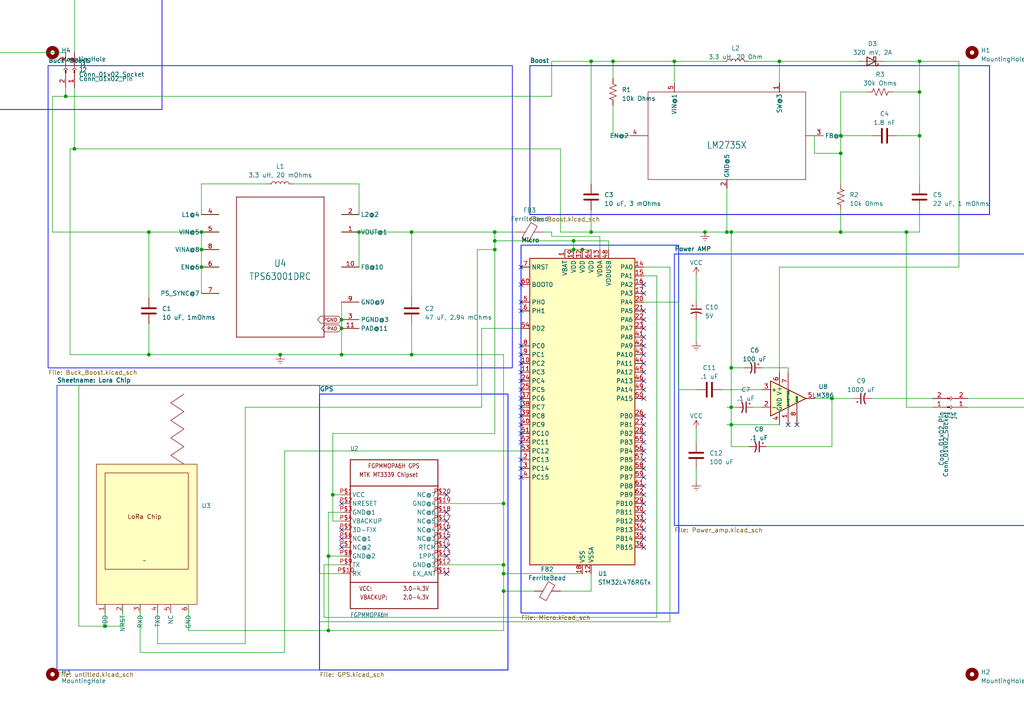
<source format=kicad_sch>
(kicad_sch (version 20231120) (generator "eeschema") (generator_version "8.0")
  (paper "A4")
  (lib_symbols
    (symbol "2024-09-27_13-12-28-eagle-import:LM2735XMF/NOPBLM2735XMF/NOPB"
      (symbol "LM2735XMF/NOPBLM2735XMF/NOPB_1_0"
        (polyline (pts (xy -25.4 0) (xy -22.86 0)) (stroke (width 0.1524)))
        (polyline (pts (xy -22.86 -12.7) (xy -22.86 12.7)) (stroke (width 0.1524)))
        (polyline (pts (xy -22.86 12.7) (xy 22.86 12.7)) (stroke (width 0.1524)))
        (polyline (pts (xy -15.24 15.24) (xy -15.24 12.7)) (stroke (width 0.1524)))
        (polyline (pts (xy 0 -15.24) (xy 0 -12.7)) (stroke (width 0.1524)))
        (polyline (pts (xy 15.24 15.24) (xy 15.24 12.7)) (stroke (width 0.1524)))
        (polyline (pts (xy 22.86 -12.7) (xy -22.86 -12.7)) (stroke (width 0.1524)))
        (polyline (pts (xy 22.86 12.7) (xy 22.86 -12.7)) (stroke (width 0.1524)))
        (polyline (pts (xy 25.4 0) (xy 22.86 0)) (stroke (width 0.1524)))
        (pin passive line (at 15.24 15.24 270) (length 2.54) (name "SW@3") (number "1"))
        (pin passive line (at 0 -15.24 90) (length 2.54) (name "GND@5") (number "2"))
        (pin passive line (at 25.4 0 0) (length 2.54) (name "FB@4") (number "3"))
        (pin passive line (at -25.4 0 180) (length 2.54) (name "EN@2") (number "4"))
        (pin passive line (at -15.24 15.24 270) (length 2.54) (name "VIN@1") (number "5"))
      )
    )
    (symbol "2024-09-27_13-12-33-eagle-import:TPS63001DRCRTPS63001DRCR"
      (property "Reference" "U" (at 0 2.54 0))
      (symbol "TPS63001DRCRTPS63001DRCR_1_0"
        (polyline (pts (xy -12.7 -20.32) (xy 12.7 -20.32)) (stroke (width 0.2032)))
        (polyline (pts (xy -12.7 20.32) (xy -12.7 -20.32)) (stroke (width 0.2032)))
        (polyline (pts (xy 12.7 -20.32) (xy 12.7 20.32)) (stroke (width 0.2032)))
        (polyline (pts (xy 12.7 20.32) (xy -12.7 20.32)) (stroke (width 0.2032)))
        (pin power_in line (at 17.78 10.16 0) (length 5.08) (name "VOUT@1") (number "1"))
        (pin input line (at 17.78 0 0) (length 5.08) (name "FB@10") (number "10"))
        (pin power_in line (at 17.78 -17.78 0) (length 5.08) (name "PAD@11") (number "11"))
        (pin passive line (at 17.78 15.24 0) (length 5.08) (name "L2@2") (number "2"))
        (pin power_in line (at 17.78 -15.24 0) (length 5.08) (name "PGND@3") (number "3"))
        (pin passive line (at -17.78 15.24 180) (length 5.08) (name "L1@4") (number "4"))
        (pin power_in line (at -17.78 10.16 180) (length 5.08) (name "VIN@5") (number "5"))
        (pin input line (at -17.78 0 180) (length 5.08) (name "EN@6") (number "6"))
        (pin input line (at -17.78 -7.62 180) (length 5.08) (name "PS_SYNC@7") (number "7"))
        (pin power_in line (at -17.78 5.08 180) (length 5.08) (name "VINA@8") (number "8"))
        (pin power_in line (at 17.78 -10.16 0) (length 5.08) (name "GND@9") (number "9"))
      )
    )
    (symbol "Adafruit Ultimate GPS Hat-eagle-import:GPS_FGPMMOPA6H"
      (property "Reference" "U" (at -12.7 22.86 0))
      (symbol "GPS_FGPMMOPA6H_1_0"
        (polyline (pts (xy -12.7 -22.86) (xy -12.7 -15.24)) (stroke (width 0.254)))
        (polyline (pts (xy -12.7 -15.24) (xy -12.7 12.7)) (stroke (width 0.254)))
        (polyline (pts (xy -12.7 -15.24) (xy 12.7 -15.24)) (stroke (width 0.254)))
        (polyline (pts (xy -12.7 12.7) (xy -12.7 20.32)) (stroke (width 0.254)))
        (polyline (pts (xy -12.7 12.7) (xy 12.7 12.7)) (stroke (width 0.254)))
        (polyline (pts (xy -12.7 20.32) (xy 12.7 20.32)) (stroke (width 0.254)))
        (polyline (pts (xy 12.7 -22.86) (xy -12.7 -22.86)) (stroke (width 0.254)))
        (polyline (pts (xy 12.7 12.7) (xy 12.7 -22.86)) (stroke (width 0.254)))
        (polyline (pts (xy 12.7 20.32) (xy 12.7 12.7)) (stroke (width 0.254)))
        (text "2.0-4.3V" (at 2.54 -20.32 0) (effects (font (size 1.27 1.0795)) (justify left bottom)))
        (text "3.0-4.3V" (at 2.54 -17.78 0) (effects (font (size 1.27 1.0795)) (justify left bottom)))
        (text "FGPMMOPA6H GPS" (at -7.62 17.78 0) (effects (font (size 1.27 1.0795)) (justify left bottom)))
        (text "MTK MT3339 Chipset" (at -10.16 15.24 0) (effects (font (size 1.27 1.0795)) (justify left bottom)))
        (text "VBACKUP:" (at -9.906 -20.32 0) (effects (font (size 1.27 1.0795)) (justify left bottom)))
        (text "VCC:" (at -10.16 -17.78 0) (effects (font (size 1.27 1.0795)) (justify left bottom)))
        (pin bidirectional line (at -15.24 10.16 0) (length 2.54) (name "VCC") (number "P$1"))
        (pin bidirectional line (at -15.24 -12.7 0) (length 2.54) (name "RX") (number "P$10"))
        (pin bidirectional line (at 15.24 -12.7 180) (length 2.54) (name "EX_ANT") (number "P$11"))
        (pin bidirectional line (at 15.24 -10.16 180) (length 2.54) (name "GND@3") (number "P$12"))
        (pin bidirectional line (at 15.24 -7.62 180) (length 2.54) (name "1PPS") (number "P$13"))
        (pin bidirectional line (at 15.24 -5.08 180) (length 2.54) (name "RTCM") (number "P$14"))
        (pin bidirectional line (at 15.24 -2.54 180) (length 2.54) (name "NC@3") (number "P$15"))
        (pin bidirectional line (at 15.24 0 180) (length 2.54) (name "NC@4") (number "P$16"))
        (pin bidirectional line (at 15.24 2.54 180) (length 2.54) (name "NC@5") (number "P$17"))
        (pin bidirectional line (at 15.24 5.08 180) (length 2.54) (name "NC@6") (number "P$18"))
        (pin bidirectional line (at 15.24 7.62 180) (length 2.54) (name "GND@4") (number "P$19"))
        (pin bidirectional line (at -15.24 7.62 0) (length 2.54) (name "NRESET") (number "P$2"))
        (pin bidirectional line (at 15.24 10.16 180) (length 2.54) (name "NC@7") (number "P$20"))
        (pin bidirectional line (at -15.24 5.08 0) (length 2.54) (name "GND@1") (number "P$3"))
        (pin bidirectional line (at -15.24 2.54 0) (length 2.54) (name "VBACKUP") (number "P$4"))
        (pin bidirectional line (at -15.24 0 0) (length 2.54) (name "3D-FIX") (number "P$5"))
        (pin bidirectional line (at -15.24 -2.54 0) (length 2.54) (name "NC@1") (number "P$6"))
        (pin bidirectional line (at -15.24 -5.08 0) (length 2.54) (name "NC@2") (number "P$7"))
        (pin bidirectional line (at -15.24 -7.62 0) (length 2.54) (name "GND@2") (number "P$8"))
        (pin bidirectional line (at -15.24 -10.16 0) (length 2.54) (name "TX") (number "P$9"))
      )
    )
    (symbol "Amplifier_Audio:LM386" (pin_names (offset 0.127))
      (property "Reference" "U" (at 1.27 7.62 0))
      (property "Value" "LM386" (at 1.27 5.08 0))
      (symbol "LM386_0_1"
        (polyline (pts (xy 5.08 0) (xy -5.08 5.08) (xy -5.08 -5.08) (xy 5.08 0)) (stroke (width 0.254)) (fill (type background)))
      )
      (symbol "LM386_1_1"
        (pin input line (at 0 -7.62 90) (length 5.08) (name "GAIN") (number "1"))
        (pin input line (at -7.62 -2.54 0) (length 2.54) (name "-") (number "2"))
        (pin input line (at -7.62 2.54 0) (length 2.54) (name "+") (number "3"))
        (pin power_in line (at -2.54 -7.62 90) (length 3.81) (name "GND") (number "4"))
        (pin output line (at 7.62 0 180) (length 2.54) (name "~") (number "5"))
        (pin power_in line (at -2.54 7.62 270) (length 3.81) (name "V+") (number "6"))
        (pin input line (at 0 7.62 270) (length 5.08) (name "BYPASS") (number "7"))
        (pin input line (at 2.54 -7.62 90) (length 6.35) (name "GAIN") (number "8"))
      )
    )
    (symbol "Connector:Conn_01x02_Pin" (pin_names (offset 1.016) hide)
      (property "Reference" "J" (at 0 2.54 0))
      (property "Value" "Conn_01x02_Pin" (at 0 -5.08 0))
      (symbol "Conn_01x02_Pin_1_1"
        (polyline (pts (xy 1.27 -2.54) (xy 0.8636 -2.54)) (stroke (width 0.1524)))
        (polyline (pts (xy 1.27 0) (xy 0.8636 0)) (stroke (width 0.1524)))
        (rectangle (start 0.8636 -2.413) (end 0 -2.667) (stroke (width 0.1524)) (fill (type outline)))
        (rectangle (start 0.8636 0.127) (end 0 -0.127) (stroke (width 0.1524)) (fill (type outline)))
        (pin passive line (at 5.08 0 180) (length 3.81) (name "Pin_1") (number "1"))
        (pin passive line (at 5.08 -2.54 180) (length 3.81) (name "Pin_2") (number "2"))
      )
    )
    (symbol "Connector:Conn_01x02_Socket" (pin_names (offset 1.016) hide)
      (property "Reference" "J" (at 0 2.54 0))
      (property "Value" "Conn_01x02_Socket" (at 0 -5.08 0))
      (symbol "Conn_01x02_Socket_1_1"
        (arc (start 0 -2.032) (mid -0.5058 -2.54) (end 0 -3.048) (stroke (width 0.1524)))
        (polyline (pts (xy -1.27 -2.54) (xy -0.508 -2.54)) (stroke (width 0.1524)))
        (polyline (pts (xy -1.27 0) (xy -0.508 0)) (stroke (width 0.1524)))
        (arc (start 0 0.508) (mid -0.5058 0) (end 0 -0.508) (stroke (width 0.1524)))
        (pin passive line (at -5.08 0 0) (length 3.81) (name "Pin_1") (number "1"))
        (pin passive line (at -5.08 -2.54 0) (length 3.81) (name "Pin_2") (number "2"))
      )
    )
    (symbol "Device:Battery_Cell" (pin_numbers hide) (pin_names (offset 0) hide)
      (property "Reference" "BT" (at 2.54 2.54 0))
      (property "Value" "Battery_Cell" (at 2.54 0 0))
      (symbol "Battery_Cell_0_1"
        (rectangle (start -2.286 1.778) (end 2.286 1.524) (fill (type outline)))
        (rectangle (start -1.5748 1.1938) (end 1.4732 0.6858) (fill (type outline)))
        (polyline (pts (xy 0 0.762) (xy 0 0)))
        (polyline (pts (xy 0 1.778) (xy 0 2.54)))
        (polyline (pts (xy 0.508 3.429) (xy 1.524 3.429)) (stroke (width 0.254)))
        (polyline (pts (xy 1.016 3.937) (xy 1.016 2.921)) (stroke (width 0.254)))
      )
      (symbol "Battery_Cell_1_1"
        (pin passive line (at 0 5.08 270) (length 2.54) (name "+") (number "1"))
        (pin passive line (at 0 -2.54 90) (length 2.54) (name "-") (number "2"))
      )
    )
    (symbol "Device:C" (pin_numbers hide) (pin_names (offset 0.254))
      (property "Reference" "C" (at 0.635 2.54 0))
      (property "Value" "C" (at 0.635 -2.54 0))
      (symbol "C_0_1"
        (polyline (pts (xy -2.032 -0.762) (xy 2.032 -0.762)) (stroke (width 0.508)))
        (polyline (pts (xy -2.032 0.762) (xy 2.032 0.762)) (stroke (width 0.508)))
      )
      (symbol "C_1_1"
        (pin passive line (at 0 3.81 270) (length 2.794) (name "~") (number "1"))
        (pin passive line (at 0 -3.81 90) (length 2.794) (name "~") (number "2"))
      )
    )
    (symbol "Device:C_Polarized_Small_US" (pin_numbers hide) (pin_names (offset 0.254) hide)
      (property "Reference" "C" (at 0.254 1.778 0))
      (property "Value" "C_Polarized_Small_US" (at 0.254 -2.032 0))
      (symbol "C_Polarized_Small_US_0_1"
        (polyline (pts (xy -1.524 0.508) (xy 1.524 0.508)) (stroke (width 0.3048)))
        (polyline (pts (xy -1.27 1.524) (xy -0.762 1.524)))
        (polyline (pts (xy -1.016 1.27) (xy -1.016 1.778)))
        (arc (start 1.524 -0.762) (mid 0 -0.3734) (end -1.524 -0.762) (stroke (width 0.3048)))
      )
      (symbol "C_Polarized_Small_US_1_1"
        (pin passive line (at 0 2.54 270) (length 2.032) (name "~") (number "1"))
        (pin passive line (at 0 -2.54 90) (length 2.032) (name "~") (number "2"))
      )
    )
    (symbol "Device:D" (pin_numbers hide) (pin_names (offset 1.016) hide)
      (property "Reference" "D" (at 0 2.54 0))
      (property "Value" "D" (at 0 -2.54 0))
      (symbol "D_0_1"
        (polyline (pts (xy -1.27 1.27) (xy -1.27 -1.27)) (stroke (width 0.254)))
        (polyline (pts (xy 1.27 0) (xy -1.27 0)))
        (polyline (pts (xy 1.27 1.27) (xy 1.27 -1.27) (xy -1.27 0) (xy 1.27 1.27)) (stroke (width 0.254)))
      )
      (symbol "D_1_1"
        (pin passive line (at -3.81 0 0) (length 2.54) (name "K") (number "1"))
        (pin passive line (at 3.81 0 180) (length 2.54) (name "A") (number "2"))
      )
    )
    (symbol "Device:D_Schottky" (pin_numbers hide) (pin_names (offset 1.016) hide)
      (property "Reference" "D" (at 0 2.54 0))
      (property "Value" "D_Schottky" (at 0 -2.54 0))
      (symbol "D_Schottky_0_1"
        (polyline (pts (xy 1.27 0) (xy -1.27 0)))
        (polyline (pts (xy 1.27 1.27) (xy 1.27 -1.27) (xy -1.27 0) (xy 1.27 1.27)) (stroke (width 0.254)))
        (polyline (pts (xy -1.905 0.635) (xy -1.905 1.27) (xy -1.27 1.27) (xy -1.27 -1.27) (xy -0.635 -1.27) (xy -0.635 -0.635)) (stroke (width 0.254)))
      )
      (symbol "D_Schottky_1_1"
        (pin passive line (at -3.81 0 0) (length 2.54) (name "K") (number "1"))
        (pin passive line (at 3.81 0 180) (length 2.54) (name "A") (number "2"))
      )
    )
    (symbol "Device:FerriteBead" (pin_numbers hide) (pin_names (offset 0))
      (property "Reference" "FB" (at -3.81 0.635 90))
      (property "Value" "FerriteBead" (at 3.81 0 90))
      (symbol "FerriteBead_0_1"
        (polyline (pts (xy 0 -1.27) (xy 0 -1.2192)))
        (polyline (pts (xy 0 1.27) (xy 0 1.2954)))
        (polyline (pts (xy -2.7686 0.4064) (xy -1.7018 2.2606) (xy 2.7686 -0.3048) (xy 1.6764 -2.159) (xy -2.7686 0.4064)))
      )
      (symbol "FerriteBead_1_1"
        (pin passive line (at 0 3.81 270) (length 2.54) (name "~") (number "1"))
        (pin passive line (at 0 -3.81 90) (length 2.54) (name "~") (number "2"))
      )
    )
    (symbol "Device:L" (pin_numbers hide) (pin_names (offset 1.016) hide)
      (property "Reference" "L" (at -1.27 0 90))
      (property "Value" "L" (at 1.905 0 90))
      (symbol "L_0_1"
        (arc (start 0 -2.54) (mid 0.6323 -1.905) (end 0 -1.27))
        (arc (start 0 -1.27) (mid 0.6323 -0.635) (end 0 0))
        (arc (start 0 0) (mid 0.6323 0.635) (end 0 1.27))
        (arc (start 0 1.27) (mid 0.6323 1.905) (end 0 2.54))
      )
      (symbol "L_1_1"
        (pin passive line (at 0 3.81 270) (length 1.27) (name "1") (number "1"))
        (pin passive line (at 0 -3.81 90) (length 1.27) (name "2") (number "2"))
      )
    )
    (symbol "Device:R_US" (pin_numbers hide) (pin_names (offset 0))
      (property "Reference" "R" (at 2.54 0 90))
      (property "Value" "R_US" (at -2.54 0 90))
      (symbol "R_US_0_1"
        (polyline (pts (xy 0 -2.286) (xy 0 -2.54)))
        (polyline (pts (xy 0 2.286) (xy 0 2.54)))
        (polyline (pts (xy 0 -0.762) (xy 1.016 -1.143) (xy 0 -1.524) (xy -1.016 -1.905) (xy 0 -2.286)))
        (polyline (pts (xy 0 0.762) (xy 1.016 0.381) (xy 0 0) (xy -1.016 -0.381) (xy 0 -0.762)))
        (polyline (pts (xy 0 2.286) (xy 1.016 1.905) (xy 0 1.524) (xy -1.016 1.143) (xy 0 0.762)))
      )
      (symbol "R_US_1_1"
        (pin passive line (at 0 3.81 270) (length 1.27) (name "~") (number "1"))
        (pin passive line (at 0 -3.81 90) (length 1.27) (name "~") (number "2"))
      )
    )
    (symbol "Device:Speaker" (pin_names (offset 0) hide)
      (property "Reference" "LS" (at 1.27 5.715 0))
      (property "Value" "Speaker" (at 1.27 3.81 0))
      (symbol "Speaker_0_0"
        (rectangle (start -2.54 1.27) (end 1.016 -3.81) (stroke (width 0.254)))
        (polyline (pts (xy 1.016 1.27) (xy 3.556 3.81) (xy 3.556 -6.35) (xy 1.016 -3.81)) (stroke (width 0.254)))
      )
      (symbol "Speaker_1_1"
        (pin input line (at -5.08 0 0) (length 2.54) (name "1") (number "1"))
        (pin input line (at -5.08 -2.54 0) (length 2.54) (name "2") (number "2"))
      )
    )
    (symbol "LoRa Chip:RYLR896"
      (property "Reference" "U" (at 0 0 0))
      (symbol "RYLR896_0_1"
        (rectangle (start -13.97 27.94) (end 15.24 -12.7) (fill (type background)))
        (rectangle (start -11.43 25.4) (end 12.7 -2.54))
        (polyline (pts (xy 11.43 27.94) (xy 7.62 30.48) (xy 11.43 33.02) (xy 7.62 35.56) (xy 11.43 38.1) (xy 7.62 40.64) (xy 11.43 43.18) (xy 7.62 45.72) (xy 11.43 48.26)))
        (text "LoRa Chip" (at 0 12.7 0) (effects (font (size 1.27 1.27))))
      )
      (symbol "RYLR896_1_1"
        (pin power_in line (at -11.43 -12.7 270) (length 2.54) (name "VDD") (number "1"))
        (pin input line (at -6.35 -12.7 270) (length 2.54) (name "NRST") (number "2"))
        (pin input line (at -1.27 -12.7 270) (length 2.54) (name "RXD") (number "3"))
        (pin output line (at 3.81 -12.7 270) (length 2.54) (name "TXD") (number "4"))
        (pin free line (at 7.62 -12.7 270) (length 2.54) (name "NC") (number "5"))
        (pin power_out line (at 12.7 -12.7 270) (length 2.54) (name "GND") (number "6"))
      )
    )
    (symbol "MCU_ST_STM32L4:STM32L476RGTx"
      (property "Reference" "U" (at -15.24 46.99 0))
      (property "Value" "STM32L476RGTx" (at 10.16 46.99 0))
      (symbol "STM32L476RGTx_0_1"
        (rectangle (start -15.24 -43.18) (end 15.24 45.72) (stroke (width 0.254)) (fill (type background)))
      )
      (symbol "STM32L476RGTx_1_1"
        (pin power_in line (at -5.08 48.26 270) (length 2.54) (name "VBAT") (number "1"))
        (pin bidirectional line (at -17.78 15.24 0) (length 2.54) (name "PC2") (number "10"))
        (pin bidirectional line (at -17.78 12.7 0) (length 2.54) (name "PC3") (number "11"))
        (pin power_in line (at 2.54 -45.72 90) (length 2.54) (name "VSSA") (number "12"))
        (pin power_in line (at 5.08 48.26 270) (length 2.54) (name "VDDA") (number "13"))
        (pin bidirectional line (at 17.78 43.18 180) (length 2.54) (name "PA0") (number "14"))
        (pin bidirectional line (at 17.78 40.64 180) (length 2.54) (name "PA1") (number "15"))
        (pin bidirectional line (at 17.78 38.1 180) (length 2.54) (name "PA2") (number "16"))
        (pin bidirectional line (at 17.78 35.56 180) (length 2.54) (name "PA3") (number "17"))
        (pin power_in line (at 0 -45.72 90) (length 2.54) (name "VSS") (number "18"))
        (pin power_in line (at -2.54 48.26 270) (length 2.54) (name "VDD") (number "19"))
        (pin bidirectional line (at -17.78 -12.7 0) (length 2.54) (name "PC13") (number "2"))
        (pin bidirectional line (at 17.78 33.02 180) (length 2.54) (name "PA4") (number "20"))
        (pin bidirectional line (at 17.78 30.48 180) (length 2.54) (name "PA5") (number "21"))
        (pin bidirectional line (at 17.78 27.94 180) (length 2.54) (name "PA6") (number "22"))
        (pin bidirectional line (at 17.78 25.4 180) (length 2.54) (name "PA7") (number "23"))
        (pin bidirectional line (at -17.78 10.16 0) (length 2.54) (name "PC4") (number "24"))
        (pin bidirectional line (at -17.78 7.62 0) (length 2.54) (name "PC5") (number "25"))
        (pin bidirectional line (at 17.78 0 180) (length 2.54) (name "PB0") (number "26"))
        (pin bidirectional line (at 17.78 -2.54 180) (length 2.54) (name "PB1") (number "27"))
        (pin bidirectional line (at 17.78 -5.08 180) (length 2.54) (name "PB2") (number "28"))
        (pin bidirectional line (at 17.78 -25.4 180) (length 2.54) (name "PB10") (number "29"))
        (pin bidirectional line (at -17.78 -15.24 0) (length 2.54) (name "PC14") (number "3"))
        (pin bidirectional line (at 17.78 -27.94 180) (length 2.54) (name "PB11") (number "30"))
        (pin passive line (at 0 -45.72 90) (length 2.54) hide (name "VSS") (number "31"))
        (pin power_in line (at 0 48.26 270) (length 2.54) (name "VDD") (number "32"))
        (pin bidirectional line (at 17.78 -30.48 180) (length 2.54) (name "PB12") (number "33"))
        (pin bidirectional line (at 17.78 -33.02 180) (length 2.54) (name "PB13") (number "34"))
        (pin bidirectional line (at 17.78 -35.56 180) (length 2.54) (name "PB14") (number "35"))
        (pin bidirectional line (at 17.78 -38.1 180) (length 2.54) (name "PB15") (number "36"))
        (pin bidirectional line (at -17.78 5.08 0) (length 2.54) (name "PC6") (number "37"))
        (pin bidirectional line (at -17.78 2.54 0) (length 2.54) (name "PC7") (number "38"))
        (pin bidirectional line (at -17.78 0 0) (length 2.54) (name "PC8") (number "39"))
        (pin bidirectional line (at -17.78 -17.78 0) (length 2.54) (name "PC15") (number "4"))
        (pin bidirectional line (at -17.78 -2.54 0) (length 2.54) (name "PC9") (number "40"))
        (pin bidirectional line (at 17.78 22.86 180) (length 2.54) (name "PA8") (number "41"))
        (pin bidirectional line (at 17.78 20.32 180) (length 2.54) (name "PA9") (number "42"))
        (pin bidirectional line (at 17.78 17.78 180) (length 2.54) (name "PA10") (number "43"))
        (pin bidirectional line (at 17.78 15.24 180) (length 2.54) (name "PA11") (number "44"))
        (pin bidirectional line (at 17.78 12.7 180) (length 2.54) (name "PA12") (number "45"))
        (pin bidirectional line (at 17.78 10.16 180) (length 2.54) (name "PA13") (number "46"))
        (pin passive line (at 0 -45.72 90) (length 2.54) hide (name "VSS") (number "47"))
        (pin power_in line (at 7.62 48.26 270) (length 2.54) (name "VDDUSB") (number "48"))
        (pin bidirectional line (at 17.78 7.62 180) (length 2.54) (name "PA14") (number "49"))
        (pin bidirectional line (at -17.78 33.02 0) (length 2.54) (name "PH0") (number "5"))
        (pin bidirectional line (at 17.78 5.08 180) (length 2.54) (name "PA15") (number "50"))
        (pin bidirectional line (at -17.78 -5.08 0) (length 2.54) (name "PC10") (number "51"))
        (pin bidirectional line (at -17.78 -7.62 0) (length 2.54) (name "PC11") (number "52"))
        (pin bidirectional line (at -17.78 -10.16 0) (length 2.54) (name "PC12") (number "53"))
        (pin bidirectional line (at -17.78 25.4 0) (length 2.54) (name "PD2") (number "54"))
        (pin bidirectional line (at 17.78 -7.62 180) (length 2.54) (name "PB3") (number "55"))
        (pin bidirectional line (at 17.78 -10.16 180) (length 2.54) (name "PB4") (number "56"))
        (pin bidirectional line (at 17.78 -12.7 180) (length 2.54) (name "PB5") (number "57"))
        (pin bidirectional line (at 17.78 -15.24 180) (length 2.54) (name "PB6") (number "58"))
        (pin bidirectional line (at 17.78 -17.78 180) (length 2.54) (name "PB7") (number "59"))
        (pin bidirectional line (at -17.78 30.48 0) (length 2.54) (name "PH1") (number "6"))
        (pin input line (at -17.78 38.1 0) (length 2.54) (name "BOOT0") (number "60"))
        (pin bidirectional line (at 17.78 -20.32 180) (length 2.54) (name "PB8") (number "61"))
        (pin bidirectional line (at 17.78 -22.86 180) (length 2.54) (name "PB9") (number "62"))
        (pin passive line (at 0 -45.72 90) (length 2.54) hide (name "VSS") (number "63"))
        (pin power_in line (at 2.54 48.26 270) (length 2.54) (name "VDD") (number "64"))
        (pin input line (at -17.78 43.18 0) (length 2.54) (name "NRST") (number "7"))
        (pin bidirectional line (at -17.78 20.32 0) (length 2.54) (name "PC0") (number "8"))
        (pin bidirectional line (at -17.78 17.78 0) (length 2.54) (name "PC1") (number "9"))
      )
    )
    (symbol "Mechanical:MountingHole" (pin_names (offset 1.016))
      (property "Reference" "H" (at 0 5.08 0))
      (property "Value" "MountingHole" (at 0 3.175 0))
      (symbol "MountingHole_0_1"
        (circle (center 0 0) (radius 1.27) (stroke (width 1.27)))
      )
    )
    (symbol "power:Earth" (power) (pin_names (offset 0))
      (symbol "Earth_0_1"
        (polyline (pts (xy -0.635 -1.905) (xy 0.635 -1.905)))
        (polyline (pts (xy -0.127 -2.54) (xy 0.127 -2.54)))
        (polyline (pts (xy 0 -1.27) (xy 0 0)))
        (polyline (pts (xy 1.27 -1.27) (xy -1.27 -1.27)))
      )
      (symbol "Earth_1_1"
        (pin power_in line (at 0 0 270) (length 0) hide (name "Earth") (number "1"))
      )
    )
    (symbol "power:VCC" (power) (pin_names (offset 0))
      (property "Value" "VCC" (at 0 3.81 0))
      (symbol "VCC_0_1"
        (polyline (pts (xy -0.762 1.27) (xy 0 2.54)))
        (polyline (pts (xy 0 0) (xy 0 2.54)))
        (polyline (pts (xy 0 2.54) (xy 0.762 1.27)))
      )
      (symbol "VCC_1_1"
        (pin power_in line (at 0 0 90) (length 0) hide (name "VCC") (number "1"))
      )
    )
  )
  (junction (at 119.38 102.87))
  (junction (at 104.14 67.31))
  (junction (at 166.37 69.85))
  (junction (at 146.05 146.05))
  (junction (at 19.05 27.94))
  (junction (at 243.84 39.37))
  (junction (at 171.45 17.78))
  (junction (at 30.48 181.61))
  (junction (at 99.06 102.87))
  (junction (at 95.25 182.88))
  (junction (at 168.91 72.39))
  (junction (at 146.05 171.45))
  (junction (at 58.42 72.39))
  (junction (at 212.09 118.11))
  (junction (at 177.8 17.78))
  (junction (at 81.28 102.87))
  (junction (at 171.45 67.31))
  (junction (at 58.42 67.31))
  (junction (at 266.7 17.78))
  (junction (at 58.42 77.47))
  (junction (at 143.51 72.39))
  (junction (at 119.38 67.31))
  (junction (at 99.06 95.25))
  (junction (at 204.47 67.31))
  (junction (at 21.59 43.18))
  (junction (at 96.52 143.51))
  (junction (at 95.25 161.29))
  (junction (at 99.06 92.71))
  (junction (at 212.09 67.31))
  (junction (at 262.89 67.31))
  (junction (at 146.05 166.37))
  (junction (at 212.09 123.19))
  (junction (at 243.84 44.45))
  (junction (at 241.3 115.57))
  (junction (at 266.7 39.37))
  (junction (at 195.58 17.78))
  (junction (at 143.51 67.31))
  (junction (at 43.18 102.87))
  (junction (at 146.05 163.83))
  (junction (at 226.06 17.78))
  (junction (at 266.7 26.67))
  (junction (at 210.82 67.31))
  (junction (at 243.84 67.31))
  (junction (at 143.51 69.85))
  (junction (at 212.09 106.68))
  (junction (at 166.37 72.39))
  (junction (at 43.18 67.31))
  (no_connect (at 151.13 133.35))
  (no_connect (at 151.13 110.49))
  (no_connect (at 186.69 123.19))
  (no_connect (at 186.69 125.73))
  (no_connect (at 151.13 115.57))
  (no_connect (at 186.69 146.05))
  (no_connect (at 129.54 153.67))
  (no_connect (at 151.13 105.41))
  (no_connect (at 129.54 156.21))
  (no_connect (at 186.69 120.65))
  (no_connect (at 186.69 148.59))
  (no_connect (at 186.69 92.71))
  (no_connect (at 186.69 82.55))
  (no_connect (at 186.69 151.13))
  (no_connect (at 99.06 158.75))
  (no_connect (at 99.06 146.05))
  (no_connect (at 129.54 151.13))
  (no_connect (at 186.69 100.33))
  (no_connect (at 151.13 107.95))
  (no_connect (at 186.69 115.57))
  (no_connect (at 129.54 158.75))
  (no_connect (at 231.14 123.19))
  (no_connect (at 151.13 138.43))
  (no_connect (at 186.69 110.49))
  (no_connect (at 151.13 82.55))
  (no_connect (at 151.13 90.17))
  (no_connect (at 186.69 143.51))
  (no_connect (at 129.54 148.59))
  (no_connect (at 151.13 113.03))
  (no_connect (at 186.69 113.03))
  (no_connect (at 228.6 123.19))
  (no_connect (at 99.06 153.67))
  (no_connect (at 151.13 100.33))
  (no_connect (at 186.69 90.17))
  (no_connect (at 99.06 156.21))
  (no_connect (at 186.69 156.21))
  (no_connect (at 186.69 102.87))
  (no_connect (at 151.13 77.47))
  (no_connect (at 151.13 135.89))
  (no_connect (at 186.69 140.97))
  (no_connect (at 129.54 143.51))
  (no_connect (at 186.69 97.79))
  (no_connect (at 186.69 153.67))
  (no_connect (at 151.13 123.19))
  (no_connect (at 129.54 161.29))
  (no_connect (at 151.13 102.87))
  (no_connect (at 186.69 85.09))
  (no_connect (at 186.69 138.43))
  (no_connect (at 151.13 120.65))
  (no_connect (at 186.69 130.81))
  (no_connect (at 186.69 135.89))
  (no_connect (at 186.69 95.25))
  (no_connect (at 186.69 128.27))
  (no_connect (at 186.69 105.41))
  (no_connect (at 186.69 107.95))
  (no_connect (at 151.13 87.63))
  (no_connect (at 151.13 118.11))
  (no_connect (at 151.13 125.73))
  (no_connect (at 186.69 158.75))
  (no_connect (at 151.13 128.27))
  (no_connect (at 186.69 133.35))
  (no_connect (at 129.54 166.37))
  (wire (pts (xy 171.45 166.37) (xy 171.45 171.45)))
  (wire (pts (xy 212.09 106.68) (xy 212.09 118.11)))
  (wire (pts (xy 241.3 115.57) (xy 247.65 115.57)))
  (wire (pts (xy 92.71 180.34) (xy 92.71 166.37)))
  (wire (pts (xy 138.43 111.76) (xy 138.43 72.39)))
  (wire (pts (xy 210.82 54.61) (xy 210.82 67.31)))
  (wire (pts (xy 260.35 39.37) (xy 266.7 39.37)))
  (wire (pts (xy 171.45 17.78) (xy 171.45 53.34)))
  (wire (pts (xy 236.22 115.57) (xy 241.3 115.57)))
  (wire (pts (xy 22.86 111.76) (xy 138.43 111.76)))
  (wire (pts (xy 95.25 182.88) (xy 146.05 182.88)))
  (wire (pts (xy 30.48 175.26) (xy 30.48 181.61)))
  (wire (pts (xy 171.45 67.31) (xy 162.56 67.31)))
  (wire (pts (xy 119.38 93.98) (xy 119.38 102.87)))
  (wire (pts (xy 58.42 72.39) (xy 58.42 67.31)))
  (wire (pts (xy 212.09 129.54) (xy 217.17 129.54)))
  (wire (pts (xy 99.06 95.25) (xy 99.06 102.87)))
  (wire (pts (xy 196.85 87.63) (xy 196.85 113.03)))
  (wire (pts (xy 35.56 181.61) (xy 30.48 181.61)))
  (wire (pts (xy 99.06 77.47) (xy 104.14 77.47)))
  (wire (pts (xy 177.8 17.78) (xy 195.58 17.78)))
  (wire (pts (xy 151.13 130.81) (xy 82.55 130.81)))
  (wire (pts (xy 212.09 118.11) (xy 210.82 118.11)))
  (wire (pts (xy 71.12 118.11) (xy 71.12 186.69)))
  (wire (pts (xy 217.17 17.78) (xy 226.06 17.78)))
  (wire (pts (xy 93.98 163.83) (xy 99.06 163.83)))
  (wire (pts (xy 40.64 189.23) (xy 40.64 175.26)))
  (wire (pts (xy 194.31 180.34) (xy 92.71 180.34)))
  (wire (pts (xy 177.8 39.37) (xy 185.42 39.37)))
  (wire (pts (xy -2.54 -21.59) (xy -8.89 -21.59)))
  (wire (pts (xy 99.06 102.87) (xy 119.38 102.87)))
  (wire (pts (xy 20.32 102.87) (xy 43.18 102.87)))
  (wire (pts (xy 21.59 -6.35) (xy 21.59 15.24)))
  (wire (pts (xy 236.22 44.45) (xy 236.22 39.37)))
  (wire (pts (xy 162.56 171.45) (xy 171.45 171.45)))
  (wire (pts (xy 212.09 67.31) (xy 210.82 67.31)))
  (wire (pts (xy 262.89 67.31) (xy 266.7 67.31)))
  (wire (pts (xy 8.89 -6.35) (xy 21.59 -6.35)))
  (wire (pts (xy 129.54 163.83) (xy 146.05 163.83)))
  (wire (pts (xy 96.52 143.51) (xy 96.52 125.73)))
  (wire (pts (xy 212.09 123.19) (xy 210.82 123.19)))
  (wire (pts (xy 95.25 161.29) (xy 95.25 182.88)))
  (wire (pts (xy 190.5 179.07) (xy 93.98 179.07)))
  (wire (pts (xy 19.05 25.4) (xy 19.05 27.94)))
  (wire (pts (xy 243.84 39.37) (xy 252.73 39.37)))
  (wire (pts (xy -27.94 -6.35) (xy -27.94 15.24)))
  (wire (pts (xy 173.99 68.58) (xy 160.02 68.58)))
  (wire (pts (xy 226.06 77.47) (xy 226.06 107.95)))
  (wire (pts (xy 204.47 67.31) (xy 210.82 67.31)))
  (wire (pts (xy 190.5 80.01) (xy 190.5 179.07)))
  (wire (pts (xy 81.28 102.87) (xy 99.06 102.87)))
  (wire (pts (xy 212.09 67.31) (xy 243.84 67.31)))
  (wire (pts (xy 256.54 17.78) (xy 266.7 17.78)))
  (wire (pts (xy 54.61 182.88) (xy 95.25 182.88)))
  (wire (pts (xy 226.06 77.47) (xy 278.13 77.47)))
  (wire (pts (xy 21.59 43.18) (xy 162.56 43.18)))
  (wire (pts (xy 99.06 148.59) (xy 95.25 148.59)))
  (wire (pts (xy 194.31 77.47) (xy 194.31 180.34)))
  (wire (pts (xy 58.42 62.23) (xy 63.5 62.23)))
  (wire (pts (xy 160.02 27.94) (xy 160.02 17.78)))
  (wire (pts (xy 119.38 67.31) (xy 119.38 86.36)))
  (wire (pts (xy 99.06 62.23) (xy 104.14 62.23)))
  (wire (pts (xy 243.84 26.67) (xy 243.84 39.37)))
  (wire (pts (xy 119.38 102.87) (xy 146.05 102.87)))
  (wire (pts (xy 209.55 113.03) (xy 220.98 113.03)))
  (wire (pts (xy 99.06 92.71) (xy 99.06 95.25)))
  (wire (pts (xy 262.89 67.31) (xy 262.89 118.11)))
  (wire (pts (xy 186.69 87.63) (xy 196.85 87.63)))
  (wire (pts (xy 243.84 60.96) (xy 243.84 67.31)))
  (wire (pts (xy 196.85 113.03) (xy 201.93 113.03)))
  (wire (pts (xy 201.93 135.89) (xy 201.93 139.7)))
  (wire (pts (xy -27.94 -24.13) (xy -27.94 -13.97)))
  (wire (pts (xy 168.91 72.39) (xy 171.45 72.39)))
  (wire (pts (xy 8.89 -6.35) (xy 8.89 -13.97)))
  (wire (pts (xy 63.5 77.47) (xy 58.42 77.47)))
  (wire (pts (xy 176.53 72.39) (xy 176.53 69.85)))
  (wire (pts (xy 22.86 181.61) (xy 30.48 181.61)))
  (wire (pts (xy 252.73 115.57) (xy 270.51 115.57)))
  (wire (pts (xy 212.09 106.68) (xy 215.9 106.68)))
  (wire (pts (xy 226.06 24.13) (xy 226.06 17.78)))
  (wire (pts (xy -27.94 15.24) (xy 19.05 15.24)))
  (wire (pts (xy 43.18 93.98) (xy 43.18 102.87)))
  (wire (pts (xy 266.7 17.78) (xy 266.7 26.67)))
  (wire (pts (xy 166.37 69.85) (xy 166.37 72.39)))
  (wire (pts (xy 226.06 123.19) (xy 212.09 123.19)))
  (wire (pts (xy 280.67 118.11) (xy 312.42 118.11)))
  (wire (pts (xy 201.93 80.01) (xy 201.93 87.63)))
  (wire (pts (xy 177.8 30.48) (xy 177.8 39.37)))
  (wire (pts (xy 92.71 166.37) (xy 99.06 166.37)))
  (wire (pts (xy 177.8 17.78) (xy 177.8 22.86)))
  (wire (pts (xy 160.02 68.58) (xy 160.02 67.31)))
  (wire (pts (xy 138.43 72.39) (xy 143.51 72.39)))
  (wire (pts (xy 243.84 44.45) (xy 243.84 53.34)))
  (wire (pts (xy 222.25 129.54) (xy 241.3 129.54)))
  (wire (pts (xy 58.42 53.34) (xy 58.42 62.23)))
  (wire (pts (xy 218.44 118.11) (xy 220.98 118.11)))
  (wire (pts (xy 58.42 53.34) (xy 77.47 53.34)))
  (wire (pts (xy 139.7 118.11) (xy 71.12 118.11)))
  (wire (pts (xy 278.13 17.78) (xy 278.13 77.47)))
  (wire (pts (xy 201.93 92.71) (xy 201.93 99.06)))
  (wire (pts (xy 129.54 146.05) (xy 146.05 146.05)))
  (wire (pts (xy 58.42 67.31) (xy 63.5 67.31)))
  (wire (pts (xy 243.84 39.37) (xy 243.84 44.45)))
  (wire (pts (xy 104.14 53.34) (xy 104.14 62.23)))
  (wire (pts (xy 93.98 179.07) (xy 93.98 163.83)))
  (wire (pts (xy 243.84 26.67) (xy 251.46 26.67)))
  (wire (pts (xy 146.05 102.87) (xy 146.05 146.05)))
  (wire (pts (xy 19.05 27.94) (xy 160.02 27.94)))
  (wire (pts (xy 143.51 125.73) (xy 143.51 72.39)))
  (wire (pts (xy 266.7 26.67) (xy 266.7 39.37)))
  (wire (pts (xy 186.69 80.01) (xy 190.5 80.01)))
  (wire (pts (xy 266.7 17.78) (xy 278.13 17.78)))
  (wire (pts (xy 228.6 107.95) (xy 228.6 106.68)))
  (wire (pts (xy 201.93 124.46) (xy 201.93 128.27)))
  (wire (pts (xy 96.52 151.13) (xy 99.06 151.13)))
  (wire (pts (xy 243.84 44.45) (xy 236.22 44.45)))
  (wire (pts (xy 63.5 85.09) (xy 58.42 85.09)))
  (wire (pts (xy 166.37 72.39) (xy 168.91 72.39)))
  (wire (pts (xy 243.84 67.31) (xy 262.89 67.31)))
  (wire (pts (xy 21.59 25.4) (xy 21.59 43.18)))
  (wire (pts (xy 15.24 27.94) (xy 15.24 67.31)))
  (wire (pts (xy 160.02 67.31) (xy 157.48 67.31)))
  (wire (pts (xy 3.81 -21.59) (xy 3.81 -13.97)))
  (wire (pts (xy 82.55 189.23) (xy 40.64 189.23)))
  (wire (pts (xy 173.99 72.39) (xy 173.99 68.58)))
  (wire (pts (xy 220.98 106.68) (xy 228.6 106.68)))
  (wire (pts (xy -15.24 -21.59) (xy -15.24 -24.13)))
  (wire (pts (xy 162.56 67.31) (xy 162.56 43.18)))
  (wire (pts (xy 143.51 67.31) (xy 143.51 69.85)))
  (wire (pts (xy 266.7 39.37) (xy 266.7 53.34)))
  (wire (pts (xy -8.89 -13.97) (xy -15.24 -13.97)))
  (wire (pts (xy 226.06 17.78) (xy 248.92 17.78)))
  (wire (pts (xy 266.7 60.96) (xy 266.7 67.31)))
  (wire (pts (xy 195.58 17.78) (xy 209.55 17.78)))
  (wire (pts (xy 104.14 67.31) (xy 119.38 67.31)))
  (wire (pts (xy 99.06 67.31) (xy 104.14 67.31)))
  (wire (pts (xy -15.24 -24.13) (xy -27.94 -24.13)))
  (wire (pts (xy 171.45 67.31) (xy 204.47 67.31)))
  (wire (pts (xy 163.83 72.39) (xy 166.37 72.39)))
  (wire (pts (xy 20.32 43.18) (xy 20.32 102.87)))
  (wire (pts (xy 99.06 161.29) (xy 95.25 161.29)))
  (wire (pts (xy 96.52 143.51) (xy 96.52 151.13)))
  (wire (pts (xy 15.24 27.94) (xy 19.05 27.94)))
  (wire (pts (xy 15.24 67.31) (xy 43.18 67.31)))
  (wire (pts (xy 143.51 72.39) (xy 143.51 69.85)))
  (wire (pts (xy 96.52 125.73) (xy 143.51 125.73)))
  (wire (pts (xy 45.72 186.69) (xy 71.12 186.69)))
  (wire (pts (xy 95.25 148.59) (xy 95.25 161.29)))
  (wire (pts (xy 212.09 67.31) (xy 212.09 106.68)))
  (wire (pts (xy 146.05 171.45) (xy 146.05 182.88)))
  (wire (pts (xy -8.89 -21.59) (xy -8.89 -13.97)))
  (wire (pts (xy 186.69 77.47) (xy 194.31 77.47)))
  (wire (pts (xy 99.06 143.51) (xy 96.52 143.51)))
  (wire (pts (xy 146.05 166.37) (xy 146.05 171.45)))
  (wire (pts (xy 143.51 69.85) (xy 166.37 69.85)))
  (wire (pts (xy 168.91 166.37) (xy 146.05 166.37)))
  (wire (pts (xy 241.3 115.57) (xy 241.3 129.54)))
  (wire (pts (xy 3.81 -13.97) (xy -2.54 -13.97)))
  (wire (pts (xy 35.56 175.26) (xy 35.56 181.61)))
  (wire (pts (xy 22.86 181.61) (xy 22.86 111.76)))
  (wire (pts (xy 119.38 67.31) (xy 143.51 67.31)))
  (wire (pts (xy 259.08 26.67) (xy 266.7 26.67)))
  (wire (pts (xy 139.7 95.25) (xy 139.7 118.11)))
  (wire (pts (xy 43.18 67.31) (xy 58.42 67.31)))
  (wire (pts (xy 104.14 77.47) (xy 104.14 67.31)))
  (wire (pts (xy 146.05 146.05) (xy 146.05 163.83)))
  (wire (pts (xy 160.02 17.78) (xy 171.45 17.78)))
  (wire (pts (xy 45.72 186.69) (xy 45.72 175.26)))
  (wire (pts (xy 43.18 67.31) (xy 43.18 86.36)))
  (wire (pts (xy 8.89 -21.59) (xy 3.81 -21.59)))
  (wire (pts (xy 85.09 53.34) (xy 104.14 53.34)))
  (wire (pts (xy 212.09 118.11) (xy 212.09 123.19)))
  (wire (pts (xy 171.45 60.96) (xy 171.45 67.31)))
  (wire (pts (xy 20.32 43.18) (xy 21.59 43.18)))
  (wire (pts (xy 176.53 69.85) (xy 166.37 69.85)))
  (wire (pts (xy 195.58 24.13) (xy 195.58 17.78)))
  (wire (pts (xy 63.5 72.39) (xy 58.42 72.39)))
  (wire (pts (xy 58.42 77.47) (xy 58.42 72.39)))
  (wire (pts (xy 99.06 87.63) (xy 99.06 92.71)))
  (wire (pts (xy 212.09 118.11) (xy 213.36 118.11)))
  (wire (pts (xy 171.45 17.78) (xy 177.8 17.78)))
  (wire (pts (xy 280.67 115.57) (xy 312.42 115.57)))
  (wire (pts (xy 212.09 129.54) (xy 212.09 123.19)))
  (wire (pts (xy 146.05 171.45) (xy 154.94 171.45)))
  (wire (pts (xy 82.55 130.81) (xy 82.55 189.23)))
  (wire (pts (xy 43.18 102.87) (xy 81.28 102.87)))
  (wire (pts (xy 146.05 166.37) (xy 146.05 163.83)))
  (wire (pts (xy 54.61 175.26) (xy 54.61 182.88)))
  (wire (pts (xy 151.13 95.25) (xy 139.7 95.25)))
  (wire (pts (xy 262.89 118.11) (xy 270.51 118.11)))
  (wire (pts (xy 58.42 85.09) (xy 58.42 77.47)))
  (wire (pts (xy 149.86 67.31) (xy 143.51 67.31)))
  (rectangle (start -19.05 -22.86) (end 12.7 -12.7))
  (text "Battery \"Box\"" (at 15.24 -15.24 0) (effects (font (size 1.27 1.27)) (justify left bottom)))
  (global_label "PGND" (shape bidirectional) (at 99.06 92.71 180) (effects (font (size 1.016 1.016))) (property "Intersheetrefs" "${INTERSHEET_REFS}" (effects (hide yes))))
  (global_label "PAD" (shape bidirectional) (at 99.06 95.25 180) (effects (font (size 1.016 1.016))) (property "Intersheetrefs" "${INTERSHEET_REFS}" (effects (hide yes))))
  (symbol (lib_id "Device:L") (at 213.36 17.78 90) (unit 1)
    (property "Reference" "L2" (at 213.36 13.97 90))
    (property "Value" "3.3 uH, 20 Ohm" (at 213.36 16.51 90))
  )
  (symbol (lib_id "Device:C") (at 205.74 113.03 90) (unit 1)
    (property "Reference" "C11" (at 205.74 106.68 90))
    (property "Value" ".1 uF" (at 205.74 109.22 90))
  )
  (symbol (lib_id "Device:C") (at 171.45 57.15 0) (unit 1)
    (property "Reference" "C3" (at 175.26 56.515 0) (effects (justify left)))
    (property "Value" "10 uF, 3 mOhms" (at 175.26 59.055 0) (effects (justify left)))
  )
  (symbol (lib_id "2024-09-27_13-12-33-eagle-import:TPS63001DRCRTPS63001DRCR") (at 81.28 77.47 0) (unit 1)
    (property "Reference" "U4" (at 81.28 77.47 0) (effects (font (size 2 1.7)) (justify bottom)))
    (property "Value" "TPS63001DRC" (at 81.28 81.28 0) (effects (font (size 2 1.7)) (justify bottom)))
    (property "Footprint" "Buck-Boost Converter Chip:DRC0010J" (effects (hide yes)))
  )
  (symbol (lib_id "Device:Battery_Cell") (at -15.24 -16.51 0) (unit 1)
    (property "Reference" "BT1" (at -19.05 -29.21 0) (effects (justify left)))
    (property "Value" "1.5V" (at -19.05 -26.67 0) (effects (justify left)))
  )
  (symbol (lib_id "Mechanical:MountingHole") (at 281.94 15.24 0) (unit 1)
    (property "Reference" "H1" (at 284.48 14.605 0) (effects (justify left)))
    (property "Value" "MountingHole" (at 284.48 17.145 0) (effects (justify left)))
  )
  (symbol (lib_id "Device:C") (at 201.93 132.08 180) (unit 1)
    (property "Reference" "C12" (at 205.74 131.445 0) (effects (justify right)))
    (property "Value" "100 uF" (at 205.74 133.985 0) (effects (justify right)))
  )
  (symbol (lib_id "MCU_ST_STM32L4:STM32L476RGTx") (at 168.91 120.65 0) (unit 1)
    (property "Reference" "U1" (at 173.4059 166.37 0) (effects (justify left)))
    (property "Value" "STM32L476RGTx" (at 173.4059 168.91 0) (effects (justify left)))
    (property "Footprint" "STM32 Chip:LQFP-64_10x10mm_P0.5mm" (effects (hide yes)))
    (property "Datasheet" "https://www.st.com/resource/en/datasheet/stm32l476rg.pdf" (effects (hide yes)))
  )
  (symbol (lib_id "Device:R_US") (at 255.27 26.67 90) (unit 1)
    (property "Reference" "R3" (at 255.27 21.59 90))
    (property "Value" "30k Ohms" (at 255.27 24.13 90))
  )
  (symbol (lib_id "Device:C_Polarized_Small_US") (at 219.71 129.54 270) (unit 1)
    (property "Reference" "C8" (at 220.1418 124.46 90))
    (property "Value" ".1 uF" (at 220.1418 127 90))
  )
  (symbol (lib_id "Connector:Conn_01x02_Pin") (at 21.59 20.32 270) (unit 1)
    (property "Reference" "J2" (at 22.86 20.32 90) (effects (justify left)))
    (property "Value" "Conn_01x02_Pin" (at 22.86 22.86 90) (effects (justify left)))
  )
  (symbol (lib_id "power:Earth") (at 201.93 139.7 0) (unit 1)
    (property "Reference" "#PWR02" (effects (hide yes)))
    (property "Value" "Earth" (effects (hide yes)))
  )
  (symbol (lib_id "Device:Speaker") (at 317.5 115.57 0) (unit 1)
    (property "Reference" "LS1" (at 322.58 116.205 0) (effects (justify left)))
    (property "Value" "Speaker" (at 322.58 118.745 0) (effects (justify left)))
  )
  (symbol (lib_id "power:Earth") (at 204.47 67.31 0) (unit 1)
    (property "Reference" "#PWR06" (effects (hide yes)))
    (property "Value" "Earth" (effects (hide yes)))
  )
  (symbol (lib_id "Mechanical:MountingHole") (at 15.24 15.24 0) (unit 1)
    (property "Reference" "H4" (at 17.78 14.605 0) (effects (justify left)))
    (property "Value" "MountingHole" (at 17.78 17.145 0) (effects (justify left)))
  )
  (symbol (lib_id "Connector:Conn_01x02_Pin") (at 275.59 118.11 180) (unit 1)
    (property "Reference" "J3" (at 275.59 119.38 90) (effects (justify left)))
    (property "Value" "Conn_01x02_Pin" (at 273.05 119.38 90) (effects (justify left)))
  )
  (symbol (lib_id "Device:C_Polarized_Small_US") (at 250.19 115.57 90) (unit 1)
    (property "Reference" "C9" (at 249.7582 110.49 90))
    (property "Value" "1000 uF" (at 249.7582 113.03 90))
  )
  (symbol (lib_id "Device:C") (at 266.7 57.15 0) (unit 1)
    (property "Reference" "C5" (at 270.51 56.515 0) (effects (justify left)))
    (property "Value" "22 uF, 1 mOhms" (at 270.51 59.055 0) (effects (justify left)))
  )
  (symbol (lib_id "2024-09-27_13-12-28-eagle-import:LM2735XMF/NOPBLM2735XMF/NOPB") (at 210.82 39.37 0) (unit 1)
    (property "Reference" "U5" (effects (hide yes)))
    (property "Value" "LM2735X" (at 210.82 43.18 0) (effects (font (size 2 1.7)) (justify bottom)))
    (property "Footprint" "Boost Converter Chip:MF05A" (effects (hide yes)))
  )
  (symbol (lib_id "Connector:Conn_01x02_Socket") (at 21.59 20.32 270) (unit 1)
    (property "Reference" "J1" (at 22.86 19.05 90) (effects (justify left)))
    (property "Value" "Conn_01x02_Socket" (at 22.86 21.59 90) (effects (justify left)))
  )
  (symbol (lib_id "Device:D") (at -27.94 -10.16 90) (unit 1)
    (property "Reference" "D1" (at -24.13 -10.795 90) (effects (justify right)))
    (property "Value" "D" (at -24.13 -8.255 90) (effects (justify right)))
    (property "Sim.Device" "D" (effects (hide yes)))
    (property "Sim.Pins" "1=K 2=A" (effects (hide yes)))
  )
  (symbol (lib_id "Device:R_US") (at 243.84 57.15 0) (unit 1)
    (property "Reference" "R2" (at 246.38 56.515 0) (effects (justify left)))
    (property "Value" "10k Ohms" (at 246.38 59.055 0) (effects (justify left)))
  )
  (symbol (lib_id "Device:D_Schottky") (at 252.73 17.78 180) (unit 1)
    (property "Reference" "D3" (at 253.0475 12.7 0))
    (property "Value" "320 mV, 2A" (at 253.0475 15.24 0))
  )
  (symbol (lib_id "Device:FerriteBead") (at 158.75 171.45 90) (unit 1)
    (property "Reference" "FB2" (at 158.6992 165.1 90))
    (property "Value" "FerriteBead" (at 158.6992 167.64 90))
  )
  (symbol (lib_id "Device:FerriteBead") (at 153.67 67.31 90) (unit 1)
    (property "Reference" "FB3" (at 153.6192 60.96 90))
    (property "Value" "FerriteBead" (at 153.6192 63.5 90))
  )
  (symbol (lib_id "Mechanical:MountingHole") (at 281.94 195.58 0) (unit 1)
    (property "Reference" "H2" (at 284.48 194.945 0) (effects (justify left)))
    (property "Value" "MountingHole" (at 284.48 197.485 0) (effects (justify left)))
  )
  (symbol (lib_id "Device:Battery_Cell") (at 8.89 -16.51 0) (unit 1)
    (property "Reference" "BT3" (at 6.35 -29.21 0) (effects (justify left)))
    (property "Value" "1.5V" (at 6.35 -26.67 0) (effects (justify left)))
  )
  (symbol (lib_id "Device:C") (at 119.38 90.17 0) (unit 1)
    (property "Reference" "C2" (at 123.19 89.535 0) (effects (justify left)))
    (property "Value" "47 uF, 2.94 mOhms" (at 123.19 92.075 0) (effects (justify left)))
  )
  (symbol (lib_id "power:VCC") (at 201.93 80.01 0) (unit 1)
    (property "Reference" "#PWR03" (effects (hide yes)))
    (property "Value" "VCC" (at 201.93 76.2 0))
  )
  (symbol (lib_id "power:Earth") (at 201.93 99.06 0) (unit 1)
    (property "Reference" "#PWR01" (effects (hide yes)))
    (property "Value" "Earth" (effects (hide yes)))
  )
  (symbol (lib_id "Mechanical:MountingHole") (at 15.24 195.58 0) (unit 1)
    (property "Reference" "H3" (at 17.78 194.945 0) (effects (justify left)))
    (property "Value" "MountingHole" (at 17.78 197.485 0) (effects (justify left)))
  )
  (symbol (lib_id "Device:C_Polarized_Small_US") (at 215.9 118.11 270) (unit 1)
    (property "Reference" "C7" (at 216.3318 113.03 90))
    (property "Value" ".1 uF" (at 216.3318 115.57 90))
  )
  (symbol (lib_id "Connector:Conn_01x02_Socket") (at 275.59 118.11 180) (unit 1)
    (property "Reference" "J4" (at 276.86 119.38 90) (effects (justify left)))
    (property "Value" "Conn_01x02_Socket" (at 274.32 119.38 90) (effects (justify left)))
  )
  (symbol (lib_id "Device:Battery_Cell") (at -2.54 -16.51 0) (unit 1)
    (property "Reference" "BT2" (at -6.35 -29.21 0) (effects (justify left)))
    (property "Value" "1.5V" (at -6.35 -26.67 0) (effects (justify left)))
  )
  (symbol (lib_id "LoRa Chip:RYLR896") (at 41.91 162.56 0) (unit 1)
    (property "Reference" "U3" (at 58.42 146.685 0) (effects (justify left)))
    (property "Value" "~" (at 41.91 162.56 0))
    (property "Footprint" "LoRa Chip:LoRa Chip" (effects (hide yes)))
  )
  (symbol (lib_id "Amplifier_Audio:LM386") (at 228.6 115.57 0) (unit 1)
    (property "Reference" "U8" (at 238.76 112.1411 0))
    (property "Value" "LM386" (at 238.76 114.6811 0))
    (property "Datasheet" "http://www.ti.com/lit/ds/symlink/lm386.pdf" (effects (hide yes)))
  )
  (symbol (lib_id "Device:C") (at 256.54 39.37 90) (unit 1)
    (property "Reference" "C4" (at 256.54 33.02 90))
    (property "Value" "1.8 nF" (at 256.54 35.56 90))
  )
  (symbol (lib_id "Device:C_Polarized_Small_US") (at 201.93 90.17 0) (unit 1)
    (property "Reference" "C10" (at 204.47 89.1032 0) (effects (justify left)))
    (property "Value" "5V" (at 204.47 91.6432 0) (effects (justify left)))
  )
  (symbol (lib_id "power:VCC") (at 201.93 124.46 0) (unit 1)
    (property "Reference" "#PWR04" (effects (hide yes)))
    (property "Value" "VCC" (at 201.93 120.65 0))
  )
  (symbol (lib_id "Device:C") (at 43.18 90.17 0) (unit 1)
    (property "Reference" "C1" (at 46.99 89.535 0) (effects (justify left)))
    (property "Value" "10 uF, 1mOhms" (at 46.99 92.075 0) (effects (justify left)))
  )
  (symbol (lib_id "Adafruit Ultimate GPS Hat-eagle-import:GPS_FGPMMOPA6H") (at 114.3 153.67 0) (unit 1)
    (property "Reference" "U2" (at 101.6 130.81 0) (effects (font (size 1.27 1.0795)) (justify left bottom)))
    (property "Value" "FGPMMOPA6H" (at 101.6 179.07 0) (effects (font (size 1.27 1.0795)) (justify left bottom)))
    (property "Footprint" "GPS Module:FGPMMOPA6H" (effects (hide yes)))
  )
  (symbol (lib_id "power:Earth") (at 81.28 102.87 0) (unit 1)
    (property "Reference" "#PWR05" (effects (hide yes)))
    (property "Value" "Earth" (effects (hide yes)))
  )
  (symbol (lib_id "Device:R_US") (at 177.8 26.67 0) (unit 1)
    (property "Reference" "R1" (at 180.34 26.035 0) (effects (justify left)))
    (property "Value" "10k Ohms" (at 180.34 28.575 0) (effects (justify left)))
  )
  (symbol (lib_id "Device:L") (at 81.28 53.34 90) (unit 1)
    (property "Reference" "L1" (at 81.28 48.26 90))
    (property "Value" "3.3 uH, 20 mOhms" (at 81.28 50.8 90))
  )
  (symbol (lib_id "Device:C_Polarized_Small_US") (at 218.44 106.68 270) (unit 1)
    (property "Reference" "C6" (at 218.8718 101.6 90))
    (property "Value" "100 uF" (at 218.8718 104.14 90))
  )
  (sheet (at 195.58 73.66) (size 130.81 78.74) (stroke (width 0.2032) (color 31 53 255 1))
    (property "Sheetname" "Power AMP" (at 195.58 72.923 0) (effects (font (bold yes)) (justify left bottom)))
    (property "Sheetfile" "Power_amp.kicad_sch" (at 195.58 153.01 0) (effects (justify left top)))
  )
  (sheet (at 151.13 71.12) (size 45.72 106.68) (stroke (width 0.2032) (color 18 42 255 1))
    (property "Sheetname" "Micro" (at 151.13 70.383 0) (effects (font (bold yes)) (justify left bottom)))
    (property "Sheetfile" "Micro.kicad_sch" (at 151.13 178.41 0) (effects (justify left top)))
  )
  (sheet (at 153.67 19.05) (size 133.35 43.18) (stroke (width 0.2032) (color 19 17 255 1))
    (property "Sheetname" "Boost" (at 153.67 18.313 0) (effects (font (bold yes)) (justify left bottom)))
    (property "Sheetfile" "Boost.kicad_sch" (at 153.67 62.84 0) (effects (justify left top)))
  )
  (sheet (at -36.83 -40.64) (size 83.82 72.39) (stroke (width 0.2032) (color 76 41 255 1))
    (property "Sheetname" "Baterry Box" (at -36.83 -41.377 0) (effects (font (bold yes)) (justify left bottom)))
    (property "Sheetfile" "BatteryBox.kicad_sch" (at -36.83 32.36 0) (effects (justify left top)))
  )
  (sheet (at 92.71 114.3) (size 54.61 80.01) (stroke (width 0.2032) (color 19 32 255 1))
    (property "Sheetname" "GPS" (at 92.71 113.563 0) (effects (font (bold yes)) (justify left bottom)))
    (property "Sheetfile" "GPS.kicad_sch" (at 92.71 194.92 0) (effects (justify left top)))
  )
  (sheet (at 13.97 19.05) (size 134.62 87.63) (stroke (width 0.2032) (color 45 37 255 1))
    (property "Sheetname" "Buck-Boost" (at 13.97 18.313 0) (effects (font (bold yes)) (justify left bottom)))
    (property "Sheetfile" "Buck_Boost.kicad_sch" (at 13.97 107.29 0) (effects (justify left top)))
  )
  (sheet (at 16.51 111.76) (size 76.2 82.55) (stroke (width 0.2032) (color 63 85 255 1))
    (property "Sheetname" "Lora Chip" (at 16.51 111.023 0) (show_name yes) (effects (font (bold yes)) (justify left bottom)))
    (property "Sheetfile" "untitled.kicad_sch" (at 16.51 194.92 0) (effects (justify left top)))
  )
)
</source>
